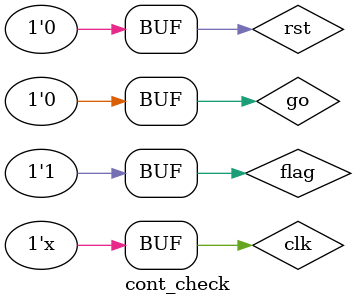
<source format=v>
`timescale 1ns / 1ps


module cont_check;

	// Inputs
	reg go;
	reg flag;
	reg clk;
	reg rst;

	// Outputs
	wire [4:0] ld;
	wire [4:0] sel;
	wire [2:0] state;

	// Instantiate the Unit Under Test (UUT)
	controller uut (
		.go(go), 
		.flag(flag), 
		.ld(ld), 
		.sel(sel), 
		.state(state), 
		.clk(clk),
		.rst(rst)
	);
always #10 clk = ~clk;

	initial begin
		// Initialize Inputs
		
	clk=0;	
		go = 1;
		flag = 0;
		rst=1;
		#10;
		go = 1;
		flag = 0;
		rst=1;
		#10;
		go = 1;
		flag = 0;
		rst=1;
		#10;
		go = 1;
		flag = 0;
		rst=1;
		#10;
		
			rst=0;
			go = 1;
		flag = 0;
		#10;
			go = 1;
		flag = 0;
		#10;
		go = 1;
		flag = 0;
		#10;
		go = 1;
		flag = 0;
		#10;
			go = 0;
		flag = 0;
		#10;
			go = 0;
		flag = 0;
		#10;
			go = 1;
		flag = 0;
		#10;	
		go = 1;
		flag = 0;
		#10;
       	go = 1;
		flag = 0;
		#10;	go = 1;
		flag = 0;
		#10;	go = 1;
		flag = 0;
		#10;	go = 0;
		flag = 0;
		#10;	go = 0;
		flag = 0;
		#10;	go = 0;
		flag = 0;
		#10; 
		
			go = 0;
		flag = 0;
		#10;	go = 0;
		flag = 0;
		#10;	go = 0;
		flag = 0;
		#10;	go = 0;
		flag = 0;
		#10;	go = 0;
		flag = 0;
		#10;	go = 0;
		flag = 0;
		#10;	go = 0;
		flag = 0;
		#10;	go = 0;
		flag = 0;
			go = 0;
		flag = 0;
		#10;	go = 0;
		flag = 0;
		#10;	go = 0;
		flag = 0;
		#10;
		#10;	go = 0;
		flag = 1;
		#10;	go = 0;
		flag = 1;
		#10;
		// Add stimulus here

	end
      
endmodule


</source>
